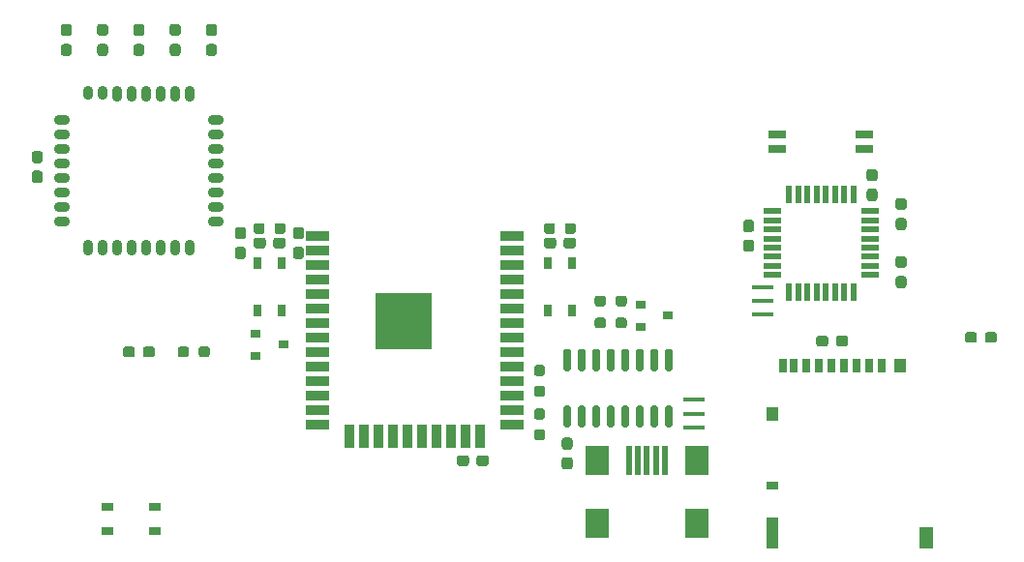
<source format=gbr>
G04 #@! TF.GenerationSoftware,KiCad,Pcbnew,(5.1.9)-1*
G04 #@! TF.CreationDate,2021-11-13T13:02:01+09:00*
G04 #@! TF.ProjectId,MainBoard2022_mega,4d61696e-426f-4617-9264-323032325f6d,rev?*
G04 #@! TF.SameCoordinates,Original*
G04 #@! TF.FileFunction,Paste,Top*
G04 #@! TF.FilePolarity,Positive*
%FSLAX46Y46*%
G04 Gerber Fmt 4.6, Leading zero omitted, Abs format (unit mm)*
G04 Created by KiCad (PCBNEW (5.1.9)-1) date 2021-11-13 13:02:01*
%MOMM*%
%LPD*%
G01*
G04 APERTURE LIST*
%ADD10R,1.900000X0.400000*%
%ADD11R,5.000000X5.000000*%
%ADD12R,2.000000X0.900000*%
%ADD13R,0.900000X2.000000*%
%ADD14R,2.000000X2.500000*%
%ADD15R,0.500000X2.500000*%
%ADD16R,1.050000X0.650000*%
%ADD17R,0.900000X0.800000*%
%ADD18R,1.600000X0.550000*%
%ADD19R,0.550000X1.600000*%
%ADD20O,1.400000X0.900000*%
%ADD21O,0.900000X1.400000*%
%ADD22O,0.900000X1.200000*%
%ADD23R,1.600000X0.760000*%
%ADD24R,0.650000X1.050000*%
%ADD25R,0.700000X1.200000*%
%ADD26R,1.000000X1.200000*%
%ADD27R,1.000000X0.800000*%
%ADD28R,1.000000X2.800000*%
%ADD29R,1.300000X1.900000*%
G04 APERTURE END LIST*
D10*
X179578000Y-100006000D03*
X179578000Y-98806000D03*
X179578000Y-97606000D03*
X173545500Y-109848500D03*
X173545500Y-108648500D03*
X173545500Y-107448500D03*
D11*
X148098000Y-100591000D03*
D12*
X140598000Y-93091000D03*
X140598000Y-94361000D03*
X140598000Y-95631000D03*
X140598000Y-96901000D03*
X140598000Y-98171000D03*
X140598000Y-99441000D03*
X140598000Y-100711000D03*
X140598000Y-101981000D03*
X140598000Y-103251000D03*
X140598000Y-104521000D03*
X140598000Y-105791000D03*
X140598000Y-107061000D03*
X140598000Y-108331000D03*
X140598000Y-109601000D03*
D13*
X143383000Y-110601000D03*
X144653000Y-110601000D03*
X145923000Y-110601000D03*
X147193000Y-110601000D03*
X148463000Y-110601000D03*
X149733000Y-110601000D03*
X151003000Y-110601000D03*
X152273000Y-110601000D03*
X153543000Y-110601000D03*
X154813000Y-110601000D03*
D12*
X157598000Y-109601000D03*
X157598000Y-108331000D03*
X157598000Y-107061000D03*
X157598000Y-105791000D03*
X157598000Y-104521000D03*
X157598000Y-103251000D03*
X157598000Y-101981000D03*
X157598000Y-100711000D03*
X157598000Y-99441000D03*
X157598000Y-98171000D03*
X157598000Y-96901000D03*
X157598000Y-95631000D03*
X157598000Y-94361000D03*
X157598000Y-93091000D03*
D14*
X165018000Y-118216000D03*
X173818000Y-118216000D03*
X165018000Y-112716000D03*
X173818000Y-112716000D03*
D15*
X167818000Y-112716000D03*
X168618000Y-112716000D03*
X169418000Y-112716000D03*
X170218000Y-112716000D03*
X171018000Y-112716000D03*
G36*
G01*
X130195500Y-103488500D02*
X130195500Y-103013500D01*
G75*
G02*
X130433000Y-102776000I237500J0D01*
G01*
X130933000Y-102776000D01*
G75*
G02*
X131170500Y-103013500I0J-237500D01*
G01*
X131170500Y-103488500D01*
G75*
G02*
X130933000Y-103726000I-237500J0D01*
G01*
X130433000Y-103726000D01*
G75*
G02*
X130195500Y-103488500I0J237500D01*
G01*
G37*
G36*
G01*
X128370500Y-103488500D02*
X128370500Y-103013500D01*
G75*
G02*
X128608000Y-102776000I237500J0D01*
G01*
X129108000Y-102776000D01*
G75*
G02*
X129345500Y-103013500I0J-237500D01*
G01*
X129345500Y-103488500D01*
G75*
G02*
X129108000Y-103726000I-237500J0D01*
G01*
X128608000Y-103726000D01*
G75*
G02*
X128370500Y-103488500I0J237500D01*
G01*
G37*
G36*
G01*
X197228000Y-102218500D02*
X197228000Y-101743500D01*
G75*
G02*
X197465500Y-101506000I237500J0D01*
G01*
X198040500Y-101506000D01*
G75*
G02*
X198278000Y-101743500I0J-237500D01*
G01*
X198278000Y-102218500D01*
G75*
G02*
X198040500Y-102456000I-237500J0D01*
G01*
X197465500Y-102456000D01*
G75*
G02*
X197228000Y-102218500I0J237500D01*
G01*
G37*
G36*
G01*
X198978000Y-102218500D02*
X198978000Y-101743500D01*
G75*
G02*
X199215500Y-101506000I237500J0D01*
G01*
X199790500Y-101506000D01*
G75*
G02*
X200028000Y-101743500I0J-237500D01*
G01*
X200028000Y-102218500D01*
G75*
G02*
X199790500Y-102456000I-237500J0D01*
G01*
X199215500Y-102456000D01*
G75*
G02*
X198978000Y-102218500I0J237500D01*
G01*
G37*
G36*
G01*
X125318000Y-103488500D02*
X125318000Y-103013500D01*
G75*
G02*
X125555500Y-102776000I237500J0D01*
G01*
X126130500Y-102776000D01*
G75*
G02*
X126368000Y-103013500I0J-237500D01*
G01*
X126368000Y-103488500D01*
G75*
G02*
X126130500Y-103726000I-237500J0D01*
G01*
X125555500Y-103726000D01*
G75*
G02*
X125318000Y-103488500I0J237500D01*
G01*
G37*
G36*
G01*
X123568000Y-103488500D02*
X123568000Y-103013500D01*
G75*
G02*
X123805500Y-102776000I237500J0D01*
G01*
X124380500Y-102776000D01*
G75*
G02*
X124618000Y-103013500I0J-237500D01*
G01*
X124618000Y-103488500D01*
G75*
G02*
X124380500Y-103726000I-237500J0D01*
G01*
X123805500Y-103726000D01*
G75*
G02*
X123568000Y-103488500I0J237500D01*
G01*
G37*
G36*
G01*
X155578000Y-112538500D02*
X155578000Y-113013500D01*
G75*
G02*
X155340500Y-113251000I-237500J0D01*
G01*
X154740500Y-113251000D01*
G75*
G02*
X154503000Y-113013500I0J237500D01*
G01*
X154503000Y-112538500D01*
G75*
G02*
X154740500Y-112301000I237500J0D01*
G01*
X155340500Y-112301000D01*
G75*
G02*
X155578000Y-112538500I0J-237500D01*
G01*
G37*
G36*
G01*
X153853000Y-112538500D02*
X153853000Y-113013500D01*
G75*
G02*
X153615500Y-113251000I-237500J0D01*
G01*
X153015500Y-113251000D01*
G75*
G02*
X152778000Y-113013500I0J237500D01*
G01*
X152778000Y-112538500D01*
G75*
G02*
X153015500Y-112301000I237500J0D01*
G01*
X153615500Y-112301000D01*
G75*
G02*
X153853000Y-112538500I0J-237500D01*
G01*
G37*
D16*
X126408000Y-118931000D03*
X122258000Y-118931000D03*
X126408000Y-116781000D03*
X122258000Y-116781000D03*
D17*
X135198000Y-101666000D03*
X135198000Y-103566000D03*
X137598000Y-102616000D03*
X168853000Y-99126000D03*
X168853000Y-101026000D03*
X171253000Y-100076000D03*
D18*
X180408000Y-90926000D03*
X180408000Y-91726000D03*
X180408000Y-92526000D03*
X180408000Y-93326000D03*
X180408000Y-94126000D03*
X180408000Y-94926000D03*
X180408000Y-95726000D03*
X180408000Y-96526000D03*
D19*
X181858000Y-97976000D03*
X182658000Y-97976000D03*
X183458000Y-97976000D03*
X184258000Y-97976000D03*
X185058000Y-97976000D03*
X185858000Y-97976000D03*
X186658000Y-97976000D03*
X187458000Y-97976000D03*
D18*
X188908000Y-96526000D03*
X188908000Y-95726000D03*
X188908000Y-94926000D03*
X188908000Y-94126000D03*
X188908000Y-93326000D03*
X188908000Y-92526000D03*
X188908000Y-91726000D03*
X188908000Y-90926000D03*
D19*
X187458000Y-89476000D03*
X186658000Y-89476000D03*
X185858000Y-89476000D03*
X185058000Y-89476000D03*
X184258000Y-89476000D03*
X183458000Y-89476000D03*
X182658000Y-89476000D03*
X181858000Y-89476000D03*
D20*
X118233000Y-82931000D03*
X118233000Y-84201000D03*
X118233000Y-85471000D03*
X118233000Y-86741000D03*
X118233000Y-88011000D03*
X118233000Y-89281000D03*
X118233000Y-90551000D03*
X118233000Y-91821000D03*
D21*
X120523000Y-94111000D03*
X121793000Y-94111000D03*
X123063000Y-94111000D03*
X124333000Y-94111000D03*
X125603000Y-94111000D03*
X126873000Y-94111000D03*
X128143000Y-94111000D03*
X129413000Y-94111000D03*
D20*
X131703000Y-91821000D03*
X131703000Y-90551000D03*
X131703000Y-89281000D03*
X131703000Y-88011000D03*
X131703000Y-86741000D03*
X131703000Y-85471000D03*
X131703000Y-84201000D03*
X131703000Y-82931000D03*
D21*
X129413000Y-80641000D03*
X128143000Y-80641000D03*
X126873000Y-80641000D03*
X125603000Y-80641000D03*
X124333000Y-80641000D03*
X123063000Y-80641000D03*
D22*
X121793000Y-80541000D03*
X120523000Y-80541000D03*
G36*
G01*
X162583000Y-109876000D02*
X162283000Y-109876000D01*
G75*
G02*
X162133000Y-109726000I0J150000D01*
G01*
X162133000Y-108076000D01*
G75*
G02*
X162283000Y-107926000I150000J0D01*
G01*
X162583000Y-107926000D01*
G75*
G02*
X162733000Y-108076000I0J-150000D01*
G01*
X162733000Y-109726000D01*
G75*
G02*
X162583000Y-109876000I-150000J0D01*
G01*
G37*
G36*
G01*
X163853000Y-109876000D02*
X163553000Y-109876000D01*
G75*
G02*
X163403000Y-109726000I0J150000D01*
G01*
X163403000Y-108076000D01*
G75*
G02*
X163553000Y-107926000I150000J0D01*
G01*
X163853000Y-107926000D01*
G75*
G02*
X164003000Y-108076000I0J-150000D01*
G01*
X164003000Y-109726000D01*
G75*
G02*
X163853000Y-109876000I-150000J0D01*
G01*
G37*
G36*
G01*
X165123000Y-109876000D02*
X164823000Y-109876000D01*
G75*
G02*
X164673000Y-109726000I0J150000D01*
G01*
X164673000Y-108076000D01*
G75*
G02*
X164823000Y-107926000I150000J0D01*
G01*
X165123000Y-107926000D01*
G75*
G02*
X165273000Y-108076000I0J-150000D01*
G01*
X165273000Y-109726000D01*
G75*
G02*
X165123000Y-109876000I-150000J0D01*
G01*
G37*
G36*
G01*
X166393000Y-109876000D02*
X166093000Y-109876000D01*
G75*
G02*
X165943000Y-109726000I0J150000D01*
G01*
X165943000Y-108076000D01*
G75*
G02*
X166093000Y-107926000I150000J0D01*
G01*
X166393000Y-107926000D01*
G75*
G02*
X166543000Y-108076000I0J-150000D01*
G01*
X166543000Y-109726000D01*
G75*
G02*
X166393000Y-109876000I-150000J0D01*
G01*
G37*
G36*
G01*
X167663000Y-109876000D02*
X167363000Y-109876000D01*
G75*
G02*
X167213000Y-109726000I0J150000D01*
G01*
X167213000Y-108076000D01*
G75*
G02*
X167363000Y-107926000I150000J0D01*
G01*
X167663000Y-107926000D01*
G75*
G02*
X167813000Y-108076000I0J-150000D01*
G01*
X167813000Y-109726000D01*
G75*
G02*
X167663000Y-109876000I-150000J0D01*
G01*
G37*
G36*
G01*
X168933000Y-109876000D02*
X168633000Y-109876000D01*
G75*
G02*
X168483000Y-109726000I0J150000D01*
G01*
X168483000Y-108076000D01*
G75*
G02*
X168633000Y-107926000I150000J0D01*
G01*
X168933000Y-107926000D01*
G75*
G02*
X169083000Y-108076000I0J-150000D01*
G01*
X169083000Y-109726000D01*
G75*
G02*
X168933000Y-109876000I-150000J0D01*
G01*
G37*
G36*
G01*
X170203000Y-109876000D02*
X169903000Y-109876000D01*
G75*
G02*
X169753000Y-109726000I0J150000D01*
G01*
X169753000Y-108076000D01*
G75*
G02*
X169903000Y-107926000I150000J0D01*
G01*
X170203000Y-107926000D01*
G75*
G02*
X170353000Y-108076000I0J-150000D01*
G01*
X170353000Y-109726000D01*
G75*
G02*
X170203000Y-109876000I-150000J0D01*
G01*
G37*
G36*
G01*
X171473000Y-109876000D02*
X171173000Y-109876000D01*
G75*
G02*
X171023000Y-109726000I0J150000D01*
G01*
X171023000Y-108076000D01*
G75*
G02*
X171173000Y-107926000I150000J0D01*
G01*
X171473000Y-107926000D01*
G75*
G02*
X171623000Y-108076000I0J-150000D01*
G01*
X171623000Y-109726000D01*
G75*
G02*
X171473000Y-109876000I-150000J0D01*
G01*
G37*
G36*
G01*
X171473000Y-104926000D02*
X171173000Y-104926000D01*
G75*
G02*
X171023000Y-104776000I0J150000D01*
G01*
X171023000Y-103126000D01*
G75*
G02*
X171173000Y-102976000I150000J0D01*
G01*
X171473000Y-102976000D01*
G75*
G02*
X171623000Y-103126000I0J-150000D01*
G01*
X171623000Y-104776000D01*
G75*
G02*
X171473000Y-104926000I-150000J0D01*
G01*
G37*
G36*
G01*
X170203000Y-104926000D02*
X169903000Y-104926000D01*
G75*
G02*
X169753000Y-104776000I0J150000D01*
G01*
X169753000Y-103126000D01*
G75*
G02*
X169903000Y-102976000I150000J0D01*
G01*
X170203000Y-102976000D01*
G75*
G02*
X170353000Y-103126000I0J-150000D01*
G01*
X170353000Y-104776000D01*
G75*
G02*
X170203000Y-104926000I-150000J0D01*
G01*
G37*
G36*
G01*
X168933000Y-104926000D02*
X168633000Y-104926000D01*
G75*
G02*
X168483000Y-104776000I0J150000D01*
G01*
X168483000Y-103126000D01*
G75*
G02*
X168633000Y-102976000I150000J0D01*
G01*
X168933000Y-102976000D01*
G75*
G02*
X169083000Y-103126000I0J-150000D01*
G01*
X169083000Y-104776000D01*
G75*
G02*
X168933000Y-104926000I-150000J0D01*
G01*
G37*
G36*
G01*
X167663000Y-104926000D02*
X167363000Y-104926000D01*
G75*
G02*
X167213000Y-104776000I0J150000D01*
G01*
X167213000Y-103126000D01*
G75*
G02*
X167363000Y-102976000I150000J0D01*
G01*
X167663000Y-102976000D01*
G75*
G02*
X167813000Y-103126000I0J-150000D01*
G01*
X167813000Y-104776000D01*
G75*
G02*
X167663000Y-104926000I-150000J0D01*
G01*
G37*
G36*
G01*
X166393000Y-104926000D02*
X166093000Y-104926000D01*
G75*
G02*
X165943000Y-104776000I0J150000D01*
G01*
X165943000Y-103126000D01*
G75*
G02*
X166093000Y-102976000I150000J0D01*
G01*
X166393000Y-102976000D01*
G75*
G02*
X166543000Y-103126000I0J-150000D01*
G01*
X166543000Y-104776000D01*
G75*
G02*
X166393000Y-104926000I-150000J0D01*
G01*
G37*
G36*
G01*
X165123000Y-104926000D02*
X164823000Y-104926000D01*
G75*
G02*
X164673000Y-104776000I0J150000D01*
G01*
X164673000Y-103126000D01*
G75*
G02*
X164823000Y-102976000I150000J0D01*
G01*
X165123000Y-102976000D01*
G75*
G02*
X165273000Y-103126000I0J-150000D01*
G01*
X165273000Y-104776000D01*
G75*
G02*
X165123000Y-104926000I-150000J0D01*
G01*
G37*
G36*
G01*
X163853000Y-104926000D02*
X163553000Y-104926000D01*
G75*
G02*
X163403000Y-104776000I0J150000D01*
G01*
X163403000Y-103126000D01*
G75*
G02*
X163553000Y-102976000I150000J0D01*
G01*
X163853000Y-102976000D01*
G75*
G02*
X164003000Y-103126000I0J-150000D01*
G01*
X164003000Y-104776000D01*
G75*
G02*
X163853000Y-104926000I-150000J0D01*
G01*
G37*
G36*
G01*
X162583000Y-104926000D02*
X162283000Y-104926000D01*
G75*
G02*
X162133000Y-104776000I0J150000D01*
G01*
X162133000Y-103126000D01*
G75*
G02*
X162283000Y-102976000I150000J0D01*
G01*
X162583000Y-102976000D01*
G75*
G02*
X162733000Y-103126000I0J-150000D01*
G01*
X162733000Y-104776000D01*
G75*
G02*
X162583000Y-104926000I-150000J0D01*
G01*
G37*
D23*
X188468000Y-85471000D03*
X180848000Y-84201000D03*
X188468000Y-84201000D03*
X180848000Y-85471000D03*
D24*
X135323000Y-99611000D03*
X135323000Y-95461000D03*
X137473000Y-99611000D03*
X137473000Y-95461000D03*
X160723000Y-99611000D03*
X160723000Y-95461000D03*
X162873000Y-99611000D03*
X162873000Y-95461000D03*
G36*
G01*
X163198000Y-92218500D02*
X163198000Y-92693500D01*
G75*
G02*
X162960500Y-92931000I-237500J0D01*
G01*
X162460500Y-92931000D01*
G75*
G02*
X162223000Y-92693500I0J237500D01*
G01*
X162223000Y-92218500D01*
G75*
G02*
X162460500Y-91981000I237500J0D01*
G01*
X162960500Y-91981000D01*
G75*
G02*
X163198000Y-92218500I0J-237500D01*
G01*
G37*
G36*
G01*
X161373000Y-92218500D02*
X161373000Y-92693500D01*
G75*
G02*
X161135500Y-92931000I-237500J0D01*
G01*
X160635500Y-92931000D01*
G75*
G02*
X160398000Y-92693500I0J237500D01*
G01*
X160398000Y-92218500D01*
G75*
G02*
X160635500Y-91981000I237500J0D01*
G01*
X161135500Y-91981000D01*
G75*
G02*
X161373000Y-92218500I0J-237500D01*
G01*
G37*
G36*
G01*
X159782500Y-104391000D02*
X160257500Y-104391000D01*
G75*
G02*
X160495000Y-104628500I0J-237500D01*
G01*
X160495000Y-105128500D01*
G75*
G02*
X160257500Y-105366000I-237500J0D01*
G01*
X159782500Y-105366000D01*
G75*
G02*
X159545000Y-105128500I0J237500D01*
G01*
X159545000Y-104628500D01*
G75*
G02*
X159782500Y-104391000I237500J0D01*
G01*
G37*
G36*
G01*
X159782500Y-106216000D02*
X160257500Y-106216000D01*
G75*
G02*
X160495000Y-106453500I0J-237500D01*
G01*
X160495000Y-106953500D01*
G75*
G02*
X160257500Y-107191000I-237500J0D01*
G01*
X159782500Y-107191000D01*
G75*
G02*
X159545000Y-106953500I0J237500D01*
G01*
X159545000Y-106453500D01*
G75*
G02*
X159782500Y-106216000I237500J0D01*
G01*
G37*
G36*
G01*
X159782500Y-108201000D02*
X160257500Y-108201000D01*
G75*
G02*
X160495000Y-108438500I0J-237500D01*
G01*
X160495000Y-108938500D01*
G75*
G02*
X160257500Y-109176000I-237500J0D01*
G01*
X159782500Y-109176000D01*
G75*
G02*
X159545000Y-108938500I0J237500D01*
G01*
X159545000Y-108438500D01*
G75*
G02*
X159782500Y-108201000I237500J0D01*
G01*
G37*
G36*
G01*
X159782500Y-110026000D02*
X160257500Y-110026000D01*
G75*
G02*
X160495000Y-110263500I0J-237500D01*
G01*
X160495000Y-110763500D01*
G75*
G02*
X160257500Y-111001000I-237500J0D01*
G01*
X159782500Y-111001000D01*
G75*
G02*
X159545000Y-110763500I0J237500D01*
G01*
X159545000Y-110263500D01*
G75*
G02*
X159782500Y-110026000I237500J0D01*
G01*
G37*
G36*
G01*
X134998000Y-92693500D02*
X134998000Y-92218500D01*
G75*
G02*
X135235500Y-91981000I237500J0D01*
G01*
X135735500Y-91981000D01*
G75*
G02*
X135973000Y-92218500I0J-237500D01*
G01*
X135973000Y-92693500D01*
G75*
G02*
X135735500Y-92931000I-237500J0D01*
G01*
X135235500Y-92931000D01*
G75*
G02*
X134998000Y-92693500I0J237500D01*
G01*
G37*
G36*
G01*
X136823000Y-92693500D02*
X136823000Y-92218500D01*
G75*
G02*
X137060500Y-91981000I237500J0D01*
G01*
X137560500Y-91981000D01*
G75*
G02*
X137798000Y-92218500I0J-237500D01*
G01*
X137798000Y-92693500D01*
G75*
G02*
X137560500Y-92931000I-237500J0D01*
G01*
X137060500Y-92931000D01*
G75*
G02*
X136823000Y-92693500I0J237500D01*
G01*
G37*
G36*
G01*
X164843000Y-100948500D02*
X164843000Y-100473500D01*
G75*
G02*
X165080500Y-100236000I237500J0D01*
G01*
X165580500Y-100236000D01*
G75*
G02*
X165818000Y-100473500I0J-237500D01*
G01*
X165818000Y-100948500D01*
G75*
G02*
X165580500Y-101186000I-237500J0D01*
G01*
X165080500Y-101186000D01*
G75*
G02*
X164843000Y-100948500I0J237500D01*
G01*
G37*
G36*
G01*
X166668000Y-100948500D02*
X166668000Y-100473500D01*
G75*
G02*
X166905500Y-100236000I237500J0D01*
G01*
X167405500Y-100236000D01*
G75*
G02*
X167643000Y-100473500I0J-237500D01*
G01*
X167643000Y-100948500D01*
G75*
G02*
X167405500Y-101186000I-237500J0D01*
G01*
X166905500Y-101186000D01*
G75*
G02*
X166668000Y-100948500I0J237500D01*
G01*
G37*
G36*
G01*
X167643000Y-98568500D02*
X167643000Y-99043500D01*
G75*
G02*
X167405500Y-99281000I-237500J0D01*
G01*
X166905500Y-99281000D01*
G75*
G02*
X166668000Y-99043500I0J237500D01*
G01*
X166668000Y-98568500D01*
G75*
G02*
X166905500Y-98331000I237500J0D01*
G01*
X167405500Y-98331000D01*
G75*
G02*
X167643000Y-98568500I0J-237500D01*
G01*
G37*
G36*
G01*
X165818000Y-98568500D02*
X165818000Y-99043500D01*
G75*
G02*
X165580500Y-99281000I-237500J0D01*
G01*
X165080500Y-99281000D01*
G75*
G02*
X164843000Y-99043500I0J237500D01*
G01*
X164843000Y-98568500D01*
G75*
G02*
X165080500Y-98331000I237500J0D01*
G01*
X165580500Y-98331000D01*
G75*
G02*
X165818000Y-98568500I0J-237500D01*
G01*
G37*
D25*
X181323000Y-104416000D03*
X182273000Y-104416000D03*
X189973000Y-104416000D03*
X188873000Y-104416000D03*
X187773000Y-104416000D03*
X186673000Y-104416000D03*
X185573000Y-104416000D03*
X184473000Y-104416000D03*
X183373000Y-104416000D03*
D26*
X191523000Y-104416000D03*
X180373000Y-108716000D03*
D27*
X180373000Y-114916000D03*
D28*
X180373000Y-119066000D03*
D29*
X193873000Y-119516000D03*
G36*
G01*
X122030500Y-77346000D02*
X121555500Y-77346000D01*
G75*
G02*
X121318000Y-77108500I0J237500D01*
G01*
X121318000Y-76533500D01*
G75*
G02*
X121555500Y-76296000I237500J0D01*
G01*
X122030500Y-76296000D01*
G75*
G02*
X122268000Y-76533500I0J-237500D01*
G01*
X122268000Y-77108500D01*
G75*
G02*
X122030500Y-77346000I-237500J0D01*
G01*
G37*
G36*
G01*
X122030500Y-75596000D02*
X121555500Y-75596000D01*
G75*
G02*
X121318000Y-75358500I0J237500D01*
G01*
X121318000Y-74783500D01*
G75*
G02*
X121555500Y-74546000I237500J0D01*
G01*
X122030500Y-74546000D01*
G75*
G02*
X122268000Y-74783500I0J-237500D01*
G01*
X122268000Y-75358500D01*
G75*
G02*
X122030500Y-75596000I-237500J0D01*
G01*
G37*
G36*
G01*
X125205500Y-77346000D02*
X124730500Y-77346000D01*
G75*
G02*
X124493000Y-77108500I0J237500D01*
G01*
X124493000Y-76533500D01*
G75*
G02*
X124730500Y-76296000I237500J0D01*
G01*
X125205500Y-76296000D01*
G75*
G02*
X125443000Y-76533500I0J-237500D01*
G01*
X125443000Y-77108500D01*
G75*
G02*
X125205500Y-77346000I-237500J0D01*
G01*
G37*
G36*
G01*
X125205500Y-75596000D02*
X124730500Y-75596000D01*
G75*
G02*
X124493000Y-75358500I0J237500D01*
G01*
X124493000Y-74783500D01*
G75*
G02*
X124730500Y-74546000I237500J0D01*
G01*
X125205500Y-74546000D01*
G75*
G02*
X125443000Y-74783500I0J-237500D01*
G01*
X125443000Y-75358500D01*
G75*
G02*
X125205500Y-75596000I-237500J0D01*
G01*
G37*
G36*
G01*
X128380500Y-77346000D02*
X127905500Y-77346000D01*
G75*
G02*
X127668000Y-77108500I0J237500D01*
G01*
X127668000Y-76533500D01*
G75*
G02*
X127905500Y-76296000I237500J0D01*
G01*
X128380500Y-76296000D01*
G75*
G02*
X128618000Y-76533500I0J-237500D01*
G01*
X128618000Y-77108500D01*
G75*
G02*
X128380500Y-77346000I-237500J0D01*
G01*
G37*
G36*
G01*
X128380500Y-75596000D02*
X127905500Y-75596000D01*
G75*
G02*
X127668000Y-75358500I0J237500D01*
G01*
X127668000Y-74783500D01*
G75*
G02*
X127905500Y-74546000I237500J0D01*
G01*
X128380500Y-74546000D01*
G75*
G02*
X128618000Y-74783500I0J-237500D01*
G01*
X128618000Y-75358500D01*
G75*
G02*
X128380500Y-75596000I-237500J0D01*
G01*
G37*
G36*
G01*
X131555500Y-77346000D02*
X131080500Y-77346000D01*
G75*
G02*
X130843000Y-77108500I0J237500D01*
G01*
X130843000Y-76533500D01*
G75*
G02*
X131080500Y-76296000I237500J0D01*
G01*
X131555500Y-76296000D01*
G75*
G02*
X131793000Y-76533500I0J-237500D01*
G01*
X131793000Y-77108500D01*
G75*
G02*
X131555500Y-77346000I-237500J0D01*
G01*
G37*
G36*
G01*
X131555500Y-75596000D02*
X131080500Y-75596000D01*
G75*
G02*
X130843000Y-75358500I0J237500D01*
G01*
X130843000Y-74783500D01*
G75*
G02*
X131080500Y-74546000I237500J0D01*
G01*
X131555500Y-74546000D01*
G75*
G02*
X131793000Y-74783500I0J-237500D01*
G01*
X131793000Y-75358500D01*
G75*
G02*
X131555500Y-75596000I-237500J0D01*
G01*
G37*
G36*
G01*
X118855500Y-77346000D02*
X118380500Y-77346000D01*
G75*
G02*
X118143000Y-77108500I0J237500D01*
G01*
X118143000Y-76533500D01*
G75*
G02*
X118380500Y-76296000I237500J0D01*
G01*
X118855500Y-76296000D01*
G75*
G02*
X119093000Y-76533500I0J-237500D01*
G01*
X119093000Y-77108500D01*
G75*
G02*
X118855500Y-77346000I-237500J0D01*
G01*
G37*
G36*
G01*
X118855500Y-75596000D02*
X118380500Y-75596000D01*
G75*
G02*
X118143000Y-75358500I0J237500D01*
G01*
X118143000Y-74783500D01*
G75*
G02*
X118380500Y-74546000I237500J0D01*
G01*
X118855500Y-74546000D01*
G75*
G02*
X119093000Y-74783500I0J-237500D01*
G01*
X119093000Y-75358500D01*
G75*
G02*
X118855500Y-75596000I-237500J0D01*
G01*
G37*
G36*
G01*
X191405500Y-89786000D02*
X191880500Y-89786000D01*
G75*
G02*
X192118000Y-90023500I0J-237500D01*
G01*
X192118000Y-90598500D01*
G75*
G02*
X191880500Y-90836000I-237500J0D01*
G01*
X191405500Y-90836000D01*
G75*
G02*
X191168000Y-90598500I0J237500D01*
G01*
X191168000Y-90023500D01*
G75*
G02*
X191405500Y-89786000I237500J0D01*
G01*
G37*
G36*
G01*
X191405500Y-91536000D02*
X191880500Y-91536000D01*
G75*
G02*
X192118000Y-91773500I0J-237500D01*
G01*
X192118000Y-92348500D01*
G75*
G02*
X191880500Y-92586000I-237500J0D01*
G01*
X191405500Y-92586000D01*
G75*
G02*
X191168000Y-92348500I0J237500D01*
G01*
X191168000Y-91773500D01*
G75*
G02*
X191405500Y-91536000I237500J0D01*
G01*
G37*
G36*
G01*
X191405500Y-94866000D02*
X191880500Y-94866000D01*
G75*
G02*
X192118000Y-95103500I0J-237500D01*
G01*
X192118000Y-95678500D01*
G75*
G02*
X191880500Y-95916000I-237500J0D01*
G01*
X191405500Y-95916000D01*
G75*
G02*
X191168000Y-95678500I0J237500D01*
G01*
X191168000Y-95103500D01*
G75*
G02*
X191405500Y-94866000I237500J0D01*
G01*
G37*
G36*
G01*
X191405500Y-96616000D02*
X191880500Y-96616000D01*
G75*
G02*
X192118000Y-96853500I0J-237500D01*
G01*
X192118000Y-97428500D01*
G75*
G02*
X191880500Y-97666000I-237500J0D01*
G01*
X191405500Y-97666000D01*
G75*
G02*
X191168000Y-97428500I0J237500D01*
G01*
X191168000Y-96853500D01*
G75*
G02*
X191405500Y-96616000I237500J0D01*
G01*
G37*
G36*
G01*
X178070500Y-91691000D02*
X178545500Y-91691000D01*
G75*
G02*
X178783000Y-91928500I0J-237500D01*
G01*
X178783000Y-92528500D01*
G75*
G02*
X178545500Y-92766000I-237500J0D01*
G01*
X178070500Y-92766000D01*
G75*
G02*
X177833000Y-92528500I0J237500D01*
G01*
X177833000Y-91928500D01*
G75*
G02*
X178070500Y-91691000I237500J0D01*
G01*
G37*
G36*
G01*
X178070500Y-93416000D02*
X178545500Y-93416000D01*
G75*
G02*
X178783000Y-93653500I0J-237500D01*
G01*
X178783000Y-94253500D01*
G75*
G02*
X178545500Y-94491000I-237500J0D01*
G01*
X178070500Y-94491000D01*
G75*
G02*
X177833000Y-94253500I0J237500D01*
G01*
X177833000Y-93653500D01*
G75*
G02*
X178070500Y-93416000I237500J0D01*
G01*
G37*
G36*
G01*
X187010500Y-102061000D02*
X187010500Y-102536000D01*
G75*
G02*
X186773000Y-102773500I-237500J0D01*
G01*
X186173000Y-102773500D01*
G75*
G02*
X185935500Y-102536000I0J237500D01*
G01*
X185935500Y-102061000D01*
G75*
G02*
X186173000Y-101823500I237500J0D01*
G01*
X186773000Y-101823500D01*
G75*
G02*
X187010500Y-102061000I0J-237500D01*
G01*
G37*
G36*
G01*
X185285500Y-102061000D02*
X185285500Y-102536000D01*
G75*
G02*
X185048000Y-102773500I-237500J0D01*
G01*
X184448000Y-102773500D01*
G75*
G02*
X184210500Y-102536000I0J237500D01*
G01*
X184210500Y-102061000D01*
G75*
G02*
X184448000Y-101823500I237500J0D01*
G01*
X185048000Y-101823500D01*
G75*
G02*
X185285500Y-102061000I0J-237500D01*
G01*
G37*
G36*
G01*
X188865500Y-87246000D02*
X189340500Y-87246000D01*
G75*
G02*
X189578000Y-87483500I0J-237500D01*
G01*
X189578000Y-88083500D01*
G75*
G02*
X189340500Y-88321000I-237500J0D01*
G01*
X188865500Y-88321000D01*
G75*
G02*
X188628000Y-88083500I0J237500D01*
G01*
X188628000Y-87483500D01*
G75*
G02*
X188865500Y-87246000I237500J0D01*
G01*
G37*
G36*
G01*
X188865500Y-88971000D02*
X189340500Y-88971000D01*
G75*
G02*
X189578000Y-89208500I0J-237500D01*
G01*
X189578000Y-89808500D01*
G75*
G02*
X189340500Y-90046000I-237500J0D01*
G01*
X188865500Y-90046000D01*
G75*
G02*
X188628000Y-89808500I0J237500D01*
G01*
X188628000Y-89208500D01*
G75*
G02*
X188865500Y-88971000I237500J0D01*
G01*
G37*
G36*
G01*
X115840500Y-85658500D02*
X116315500Y-85658500D01*
G75*
G02*
X116553000Y-85896000I0J-237500D01*
G01*
X116553000Y-86496000D01*
G75*
G02*
X116315500Y-86733500I-237500J0D01*
G01*
X115840500Y-86733500D01*
G75*
G02*
X115603000Y-86496000I0J237500D01*
G01*
X115603000Y-85896000D01*
G75*
G02*
X115840500Y-85658500I237500J0D01*
G01*
G37*
G36*
G01*
X115840500Y-87383500D02*
X116315500Y-87383500D01*
G75*
G02*
X116553000Y-87621000I0J-237500D01*
G01*
X116553000Y-88221000D01*
G75*
G02*
X116315500Y-88458500I-237500J0D01*
G01*
X115840500Y-88458500D01*
G75*
G02*
X115603000Y-88221000I0J237500D01*
G01*
X115603000Y-87621000D01*
G75*
G02*
X115840500Y-87383500I237500J0D01*
G01*
G37*
G36*
G01*
X138700500Y-92326000D02*
X139175500Y-92326000D01*
G75*
G02*
X139413000Y-92563500I0J-237500D01*
G01*
X139413000Y-93163500D01*
G75*
G02*
X139175500Y-93401000I-237500J0D01*
G01*
X138700500Y-93401000D01*
G75*
G02*
X138463000Y-93163500I0J237500D01*
G01*
X138463000Y-92563500D01*
G75*
G02*
X138700500Y-92326000I237500J0D01*
G01*
G37*
G36*
G01*
X138700500Y-94051000D02*
X139175500Y-94051000D01*
G75*
G02*
X139413000Y-94288500I0J-237500D01*
G01*
X139413000Y-94888500D01*
G75*
G02*
X139175500Y-95126000I-237500J0D01*
G01*
X138700500Y-95126000D01*
G75*
G02*
X138463000Y-94888500I0J237500D01*
G01*
X138463000Y-94288500D01*
G75*
G02*
X138700500Y-94051000I237500J0D01*
G01*
G37*
G36*
G01*
X134095500Y-95126000D02*
X133620500Y-95126000D01*
G75*
G02*
X133383000Y-94888500I0J237500D01*
G01*
X133383000Y-94288500D01*
G75*
G02*
X133620500Y-94051000I237500J0D01*
G01*
X134095500Y-94051000D01*
G75*
G02*
X134333000Y-94288500I0J-237500D01*
G01*
X134333000Y-94888500D01*
G75*
G02*
X134095500Y-95126000I-237500J0D01*
G01*
G37*
G36*
G01*
X134095500Y-93401000D02*
X133620500Y-93401000D01*
G75*
G02*
X133383000Y-93163500I0J237500D01*
G01*
X133383000Y-92563500D01*
G75*
G02*
X133620500Y-92326000I237500J0D01*
G01*
X134095500Y-92326000D01*
G75*
G02*
X134333000Y-92563500I0J-237500D01*
G01*
X134333000Y-93163500D01*
G75*
G02*
X134095500Y-93401000I-237500J0D01*
G01*
G37*
G36*
G01*
X134998000Y-93963500D02*
X134998000Y-93488500D01*
G75*
G02*
X135235500Y-93251000I237500J0D01*
G01*
X135835500Y-93251000D01*
G75*
G02*
X136073000Y-93488500I0J-237500D01*
G01*
X136073000Y-93963500D01*
G75*
G02*
X135835500Y-94201000I-237500J0D01*
G01*
X135235500Y-94201000D01*
G75*
G02*
X134998000Y-93963500I0J237500D01*
G01*
G37*
G36*
G01*
X136723000Y-93963500D02*
X136723000Y-93488500D01*
G75*
G02*
X136960500Y-93251000I237500J0D01*
G01*
X137560500Y-93251000D01*
G75*
G02*
X137798000Y-93488500I0J-237500D01*
G01*
X137798000Y-93963500D01*
G75*
G02*
X137560500Y-94201000I-237500J0D01*
G01*
X136960500Y-94201000D01*
G75*
G02*
X136723000Y-93963500I0J237500D01*
G01*
G37*
G36*
G01*
X160398000Y-93963500D02*
X160398000Y-93488500D01*
G75*
G02*
X160635500Y-93251000I237500J0D01*
G01*
X161235500Y-93251000D01*
G75*
G02*
X161473000Y-93488500I0J-237500D01*
G01*
X161473000Y-93963500D01*
G75*
G02*
X161235500Y-94201000I-237500J0D01*
G01*
X160635500Y-94201000D01*
G75*
G02*
X160398000Y-93963500I0J237500D01*
G01*
G37*
G36*
G01*
X162123000Y-93963500D02*
X162123000Y-93488500D01*
G75*
G02*
X162360500Y-93251000I237500J0D01*
G01*
X162960500Y-93251000D01*
G75*
G02*
X163198000Y-93488500I0J-237500D01*
G01*
X163198000Y-93963500D01*
G75*
G02*
X162960500Y-94201000I-237500J0D01*
G01*
X162360500Y-94201000D01*
G75*
G02*
X162123000Y-93963500I0J237500D01*
G01*
G37*
G36*
G01*
X162670500Y-113541000D02*
X162195500Y-113541000D01*
G75*
G02*
X161958000Y-113303500I0J237500D01*
G01*
X161958000Y-112703500D01*
G75*
G02*
X162195500Y-112466000I237500J0D01*
G01*
X162670500Y-112466000D01*
G75*
G02*
X162908000Y-112703500I0J-237500D01*
G01*
X162908000Y-113303500D01*
G75*
G02*
X162670500Y-113541000I-237500J0D01*
G01*
G37*
G36*
G01*
X162670500Y-111816000D02*
X162195500Y-111816000D01*
G75*
G02*
X161958000Y-111578500I0J237500D01*
G01*
X161958000Y-110978500D01*
G75*
G02*
X162195500Y-110741000I237500J0D01*
G01*
X162670500Y-110741000D01*
G75*
G02*
X162908000Y-110978500I0J-237500D01*
G01*
X162908000Y-111578500D01*
G75*
G02*
X162670500Y-111816000I-237500J0D01*
G01*
G37*
M02*

</source>
